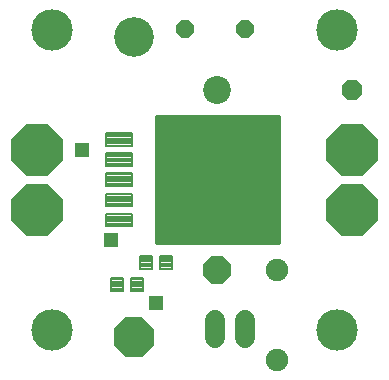
<source format=gts>
G75*
G70*
%OFA0B0*%
%FSLAX24Y24*%
%IPPOS*%
%LPD*%
%AMOC8*
5,1,8,0,0,1.08239X$1,22.5*
%
%ADD10C,0.0084*%
%ADD11C,0.0080*%
%ADD12C,0.0081*%
%ADD13C,0.0749*%
%ADD14C,0.0930*%
%ADD15OC8,0.0930*%
%ADD16OC8,0.0600*%
%ADD17C,0.1320*%
%ADD18OC8,0.1320*%
%ADD19C,0.0680*%
%ADD20OC8,0.1720*%
%ADD21OC8,0.0680*%
%ADD22C,0.1380*%
%ADD23R,0.0480X0.0480*%
D10*
X005144Y005031D02*
X005144Y009279D01*
X009238Y009279D01*
X009238Y005031D01*
X005144Y005031D01*
X005144Y005114D02*
X009238Y005114D01*
X009238Y005197D02*
X005144Y005197D01*
X005144Y005280D02*
X009238Y005280D01*
X009238Y005363D02*
X005144Y005363D01*
X005144Y005446D02*
X009238Y005446D01*
X009238Y005529D02*
X005144Y005529D01*
X005144Y005612D02*
X009238Y005612D01*
X009238Y005695D02*
X005144Y005695D01*
X005144Y005778D02*
X009238Y005778D01*
X009238Y005861D02*
X005144Y005861D01*
X005144Y005944D02*
X009238Y005944D01*
X009238Y006027D02*
X005144Y006027D01*
X005144Y006110D02*
X009238Y006110D01*
X009238Y006193D02*
X005144Y006193D01*
X005144Y006276D02*
X009238Y006276D01*
X009238Y006359D02*
X005144Y006359D01*
X005144Y006442D02*
X009238Y006442D01*
X009238Y006525D02*
X005144Y006525D01*
X005144Y006608D02*
X009238Y006608D01*
X009238Y006691D02*
X005144Y006691D01*
X005144Y006774D02*
X009238Y006774D01*
X009238Y006857D02*
X005144Y006857D01*
X005144Y006940D02*
X009238Y006940D01*
X009238Y007023D02*
X005144Y007023D01*
X005144Y007106D02*
X009238Y007106D01*
X009238Y007189D02*
X005144Y007189D01*
X005144Y007272D02*
X009238Y007272D01*
X009238Y007355D02*
X005144Y007355D01*
X005144Y007438D02*
X009238Y007438D01*
X009238Y007521D02*
X005144Y007521D01*
X005144Y007604D02*
X009238Y007604D01*
X009238Y007687D02*
X005144Y007687D01*
X005144Y007770D02*
X009238Y007770D01*
X009238Y007853D02*
X005144Y007853D01*
X005144Y007936D02*
X009238Y007936D01*
X009238Y008019D02*
X005144Y008019D01*
X005144Y008102D02*
X009238Y008102D01*
X009238Y008185D02*
X005144Y008185D01*
X005144Y008268D02*
X009238Y008268D01*
X009238Y008351D02*
X005144Y008351D01*
X005144Y008434D02*
X009238Y008434D01*
X009238Y008517D02*
X005144Y008517D01*
X005144Y008600D02*
X009238Y008600D01*
X009238Y008683D02*
X005144Y008683D01*
X005144Y008766D02*
X009238Y008766D01*
X009238Y008849D02*
X005144Y008849D01*
X005144Y008932D02*
X009238Y008932D01*
X009238Y009015D02*
X005144Y009015D01*
X005144Y009098D02*
X009238Y009098D01*
X009238Y009181D02*
X005144Y009181D01*
X005144Y009264D02*
X009238Y009264D01*
D11*
X003486Y008705D02*
X003486Y008285D01*
X003486Y008705D02*
X004336Y008705D01*
X004336Y008285D01*
X003486Y008285D01*
X003486Y008364D02*
X004336Y008364D01*
X004336Y008443D02*
X003486Y008443D01*
X003486Y008522D02*
X004336Y008522D01*
X004336Y008601D02*
X003486Y008601D01*
X003486Y008680D02*
X004336Y008680D01*
X003486Y008035D02*
X003486Y007615D01*
X003486Y008035D02*
X004336Y008035D01*
X004336Y007615D01*
X003486Y007615D01*
X003486Y007694D02*
X004336Y007694D01*
X004336Y007773D02*
X003486Y007773D01*
X003486Y007852D02*
X004336Y007852D01*
X004336Y007931D02*
X003486Y007931D01*
X003486Y008010D02*
X004336Y008010D01*
X003486Y007365D02*
X003486Y006945D01*
X003486Y007365D02*
X004336Y007365D01*
X004336Y006945D01*
X003486Y006945D01*
X003486Y007024D02*
X004336Y007024D01*
X004336Y007103D02*
X003486Y007103D01*
X003486Y007182D02*
X004336Y007182D01*
X004336Y007261D02*
X003486Y007261D01*
X003486Y007340D02*
X004336Y007340D01*
X003486Y006695D02*
X003486Y006275D01*
X003486Y006695D02*
X004336Y006695D01*
X004336Y006275D01*
X003486Y006275D01*
X003486Y006354D02*
X004336Y006354D01*
X004336Y006433D02*
X003486Y006433D01*
X003486Y006512D02*
X004336Y006512D01*
X004336Y006591D02*
X003486Y006591D01*
X003486Y006670D02*
X004336Y006670D01*
X003486Y006025D02*
X003486Y005605D01*
X003486Y006025D02*
X004336Y006025D01*
X004336Y005605D01*
X003486Y005605D01*
X003486Y005684D02*
X004336Y005684D01*
X004336Y005763D02*
X003486Y005763D01*
X003486Y005842D02*
X004336Y005842D01*
X004336Y005921D02*
X003486Y005921D01*
X003486Y006000D02*
X004336Y006000D01*
D12*
X004610Y004621D02*
X005004Y004621D01*
X005004Y004189D01*
X004610Y004189D01*
X004610Y004621D01*
X004610Y004269D02*
X005004Y004269D01*
X005004Y004349D02*
X004610Y004349D01*
X004610Y004429D02*
X005004Y004429D01*
X005004Y004509D02*
X004610Y004509D01*
X004610Y004589D02*
X005004Y004589D01*
X005279Y004621D02*
X005673Y004621D01*
X005673Y004189D01*
X005279Y004189D01*
X005279Y004621D01*
X005279Y004269D02*
X005673Y004269D01*
X005673Y004349D02*
X005279Y004349D01*
X005279Y004429D02*
X005673Y004429D01*
X005673Y004509D02*
X005279Y004509D01*
X005279Y004589D02*
X005673Y004589D01*
X004723Y003439D02*
X004329Y003439D01*
X004329Y003871D01*
X004723Y003871D01*
X004723Y003439D01*
X004723Y003519D02*
X004329Y003519D01*
X004329Y003599D02*
X004723Y003599D01*
X004723Y003679D02*
X004329Y003679D01*
X004329Y003759D02*
X004723Y003759D01*
X004723Y003839D02*
X004329Y003839D01*
X004054Y003439D02*
X003660Y003439D01*
X003660Y003871D01*
X004054Y003871D01*
X004054Y003439D01*
X004054Y003519D02*
X003660Y003519D01*
X003660Y003599D02*
X004054Y003599D01*
X004054Y003679D02*
X003660Y003679D01*
X003660Y003759D02*
X004054Y003759D01*
X004054Y003839D02*
X003660Y003839D01*
D13*
X009191Y004155D03*
X009191Y001155D03*
D14*
X007191Y010155D03*
D15*
X007191Y004155D03*
D16*
X008117Y012175D03*
X006117Y012175D03*
D17*
X004416Y011912D03*
D18*
X004416Y001912D03*
D19*
X007129Y001874D02*
X007129Y002474D01*
X008129Y002474D02*
X008129Y001874D01*
D20*
X011691Y006155D03*
X011691Y008155D03*
X001191Y008155D03*
X001191Y006155D03*
D21*
X011691Y010155D03*
D22*
X001691Y002155D03*
X001691Y012155D03*
X011191Y012155D03*
X011191Y002155D03*
D23*
X005141Y003055D03*
X003641Y005155D03*
X002691Y008155D03*
M02*

</source>
